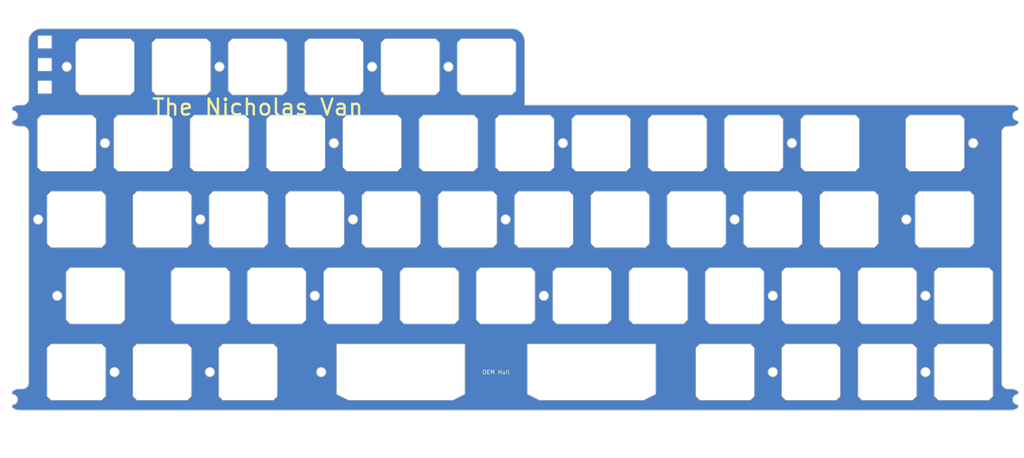
<source format=kicad_pcb>
(kicad_pcb (version 20221018) (generator pcbnew)
  (layers (0 "F.Cu" signal) (31 "B.Cu" signal) (34 "B.Paste" user) (35 "F.Paste" user) (36 "B.SilkS" user "B.Silkscreen") (37 "F.SilkS" user "F.Silkscreen") (38 "B.Mask" user) (39 "F.Mask" user) (44 "Edge.Cuts" user))
  (net 0 "")
  (net 1 "GND")
  (footprint "cipulot_parts:ecs_plate_cut_1U" (layer "F.Cu") (at 242.8875 115.8875)
    (fp_text reference "REF**")
    (fp_text value "Value " hide)
    (fp_line (start -7.3 -6) (end -7.3 6) (stroke (width 0.12)) (layer "Edge.Cuts"))
    (fp_line (start -7.3 6) (end -6.3 7) (stroke (width 0.12)) (layer "Edge.Cuts"))
    (fp_line (start -6.3 -7) (end -7.3 -6) (stroke (width 0.12)) (layer "Edge.Cuts"))
    (fp_line (start -6.3 7) (end 6.3 7) (stroke (width 0.12)) (layer "Edge.Cuts"))
    (fp_line (start 6.3 -7) (end -6.3 -7) (stroke (width 0.12)) (layer "Edge.Cuts"))
    (fp_line (start 6.3 -7) (end 7.3 -6) (stroke (width 0.12)) (layer "Edge.Cuts"))
    (fp_line (start 6.3 7) (end 7.3 6) (stroke (width 0.12)) (layer "Edge.Cuts"))
    (fp_line (start 7.3 6) (end 7.3 -6) (stroke (width 0.12)) (layer "Edge.Cuts"))
  )
  (footprint "cipulot_parts:ecs_plate_cut_1U" (layer "F.Cu") (at 45.24375 115.8875)
    (fp_text reference "REF**")
    (fp_text value "Value " hide)
    (fp_line (start -7.3 -6) (end -7.3 6) (stroke (width 0.12)) (layer "Edge.Cuts"))
    (fp_line (start -7.3 6) (end -6.3 7) (stroke (width 0.12)) (layer "Edge.Cuts"))
    (fp_line (start -6.3 -7) (end -7.3 -6) (stroke (width 0.12)) (layer "Edge.Cuts"))
    (fp_line (start -6.3 7) (end 6.3 7) (stroke (width 0.12)) (layer "Edge.Cuts"))
    (fp_line (start 6.3 -7) (end -6.3 -7) (stroke (width 0.12)) (layer "Edge.Cuts"))
    (fp_line (start 6.3 -7) (end 7.3 -6) (stroke (width 0.12)) (layer "Edge.Cuts"))
    (fp_line (start 6.3 7) (end 7.3 6) (stroke (width 0.12)) (layer "Edge.Cuts"))
    (fp_line (start 7.3 6) (end 7.3 -6) (stroke (width 0.12)) (layer "Edge.Cuts"))
  )
  (footprint "cipulot_parts:ecs_plate_cut_1U" (layer "F.Cu") (at 190.5 77.7875)
    (fp_text reference "REF**")
    (fp_text value "Value " hide)
    (fp_line (start -7.3 -6) (end -7.3 6) (stroke (width 0.12)) (layer "Edge.Cuts"))
    (fp_line (start -7.3 6) (end -6.3 7) (stroke (width 0.12)) (layer "Edge.Cuts"))
    (fp_line (start -6.3 -7) (end -7.3 -6) (stroke (width 0.12)) (layer "Edge.Cuts"))
    (fp_line (start -6.3 7) (end 6.3 7) (stroke (width 0.12)) (layer "Edge.Cuts"))
    (fp_line (start 6.3 -7) (end -6.3 -7) (stroke (width 0.12)) (layer "Edge.Cuts"))
    (fp_line (start 6.3 -7) (end 7.3 -6) (stroke (width 0.12)) (layer "Edge.Cuts"))
    (fp_line (start 6.3 7) (end 7.3 6) (stroke (width 0.12)) (layer "Edge.Cuts"))
    (fp_line (start 7.3 6) (end 7.3 -6) (stroke (width 0.12)) (layer "Edge.Cuts"))
  )
  (footprint "cipulot_parts:ecs_plate_cut_2U" (layer "F.Cu") (at 121.44375 134.9375)
    (fp_text reference "REF**")
    (fp_text value "Value " hide)
    (fp_line (start -16 -7) (end 16 -7) (stroke (width 0.12)) (layer "Edge.Cuts"))
    (fp_line (start -16 0) (end -16 -7) (stroke (width 0.12)) (layer "Edge.Cuts"))
    (fp_line (start -16 0) (end -16 5.5) (stroke (width 0.12)) (layer "Edge.Cuts"))
    (fp_line (start -16 5.5) (end -13 7) (stroke (width 0.12)) (layer "Edge.Cuts"))
    (fp_line (start 13 7) (end -13 7) (stroke (width 0.12)) (layer "Edge.Cuts"))
    (fp_line (start 16 -7) (end 16 0) (stroke (width 0.12)) (layer "Edge.Cuts"))
    (fp_line (start 16 0) (end 16 5.5) (stroke (width 0.12)) (layer "Edge.Cuts"))
    (fp_line (start 16 5.5) (end 13 7) (stroke (width 0.12)) (layer "Edge.Cuts"))
  )
  (footprint "cipulot_parts:ecs_plate_cut_1U" (layer "F.Cu") (at 261.9375 134.9375)
    (fp_text reference "REF**")
    (fp_text value "Value " hide)
    (fp_line (start -7.3 -6) (end -7.3 6) (stroke (width 0.12)) (layer "Edge.Cuts"))
    (fp_line (start -7.3 6) (end -6.3 7) (stroke (width 0.12)) (layer "Edge.Cuts"))
    (fp_line (start -6.3 -7) (end -7.3 -6) (stroke (width 0.12)) (layer "Edge.Cuts"))
    (fp_line (start -6.3 7) (end 6.3 7) (stroke (width 0.12)) (layer "Edge.Cuts"))
    (fp_line (start 6.3 -7) (end -6.3 -7) (stroke (width 0.12)) (layer "Edge.Cuts"))
    (fp_line (start 6.3 -7) (end 7.3 -6) (stroke (width 0.12)) (layer "Edge.Cuts"))
    (fp_line (start 6.3 7) (end 7.3 6) (stroke (width 0.12)) (layer "Edge.Cuts"))
    (fp_line (start 7.3 6) (end 7.3 -6) (stroke (width 0.12)) (layer "Edge.Cuts"))
  )
  (footprint "cipulot_parts:ecs_plate_cut_1U" (layer "F.Cu") (at 123.825 58.7375)
    (fp_text reference "REF**")
    (fp_text value "Value " hide)
    (fp_line (start -7.3 -6) (end -7.3 6) (stroke (width 0.12)) (layer "Edge.Cuts"))
    (fp_line (start -7.3 6) (end -6.3 7) (stroke (width 0.12)) (layer "Edge.Cuts"))
    (fp_line (start -6.3 -7) (end -7.3 -6) (stroke (width 0.12)) (layer "Edge.Cuts"))
    (fp_line (start -6.3 7) (end 6.3 7) (stroke (width 0.12)) (layer "Edge.Cuts"))
    (fp_line (start 6.3 -7) (end -6.3 -7) (stroke (width 0.12)) (layer "Edge.Cuts"))
    (fp_line (start 6.3 -7) (end 7.3 -6) (stroke (width 0.12)) (layer "Edge.Cuts"))
    (fp_line (start 6.3 7) (end 7.3 6) (stroke (width 0.12)) (layer "Edge.Cuts"))
    (fp_line (start 7.3 6) (end 7.3 -6) (stroke (width 0.12)) (layer "Edge.Cuts"))
  )
  (footprint "cipulot_parts:ecs_plate_cut_1U" (layer "F.Cu") (at 261.9375 115.8875)
    (fp_text reference "REF**")
    (fp_text value "Value " hide)
    (fp_line (start -7.3 -6) (end -7.3 6) (stroke (width 0.12)) (layer "Edge.Cuts"))
    (fp_line (start -7.3 6) (end -6.3 7) (stroke (width 0.12)) (layer "Edge.Cuts"))
    (fp_line (start -6.3 -7) (end -7.3 -6) (stroke (width 0.12)) (layer "Edge.Cuts"))
    (fp_line (start -6.3 7) (end 6.3 7) (stroke (width 0.12)) (layer "Edge.Cuts"))
    (fp_line (start 6.3 -7) (end -6.3 -7) (stroke (width 0.12)) (layer "Edge.Cuts"))
    (fp_line (start 6.3 -7) (end 7.3 -6) (stroke (width 0.12)) (layer "Edge.Cuts"))
    (fp_line (start 6.3 7) (end 7.3 6) (stroke (width 0.12)) (layer "Edge.Cuts"))
    (fp_line (start 7.3 6) (end 7.3 -6) (stroke (width 0.12)) (layer "Edge.Cuts"))
  )
  (footprint "cipulot_parts:ecs_plate_cut_1U" (layer "F.Cu") (at 85.725 58.7375)
    (fp_text reference "REF**")
    (fp_text value "Value " hide)
    (fp_line (start -7.3 -6) (end -7.3 6) (stroke (width 0.12)) (layer "Edge.Cuts"))
    (fp_line (start -7.3 6) (end -6.3 7) (stroke (width 0.12)) (layer "Edge.Cuts"))
    (fp_line (start -6.3 -7) (end -7.3 -6) (stroke (width 0.12)) (layer "Edge.Cuts"))
    (fp_line (start -6.3 7) (end 6.3 7) (stroke (width 0.12)) (layer "Edge.Cuts"))
    (fp_line (start 6.3 -7) (end -6.3 -7) (stroke (width 0.12)) (layer "Edge.Cuts"))
    (fp_line (start 6.3 -7) (end 7.3 -6) (stroke (width 0.12)) (layer "Edge.Cuts"))
    (fp_line (start 6.3 7) (end 7.3 6) (stroke (width 0.12)) (layer "Edge.Cuts"))
    (fp_line (start 7.3 6) (end 7.3 -6) (stroke (width 0.12)) (layer "Edge.Cuts"))
  )
  (footprint "cipulot_parts:ecs_plate_cut_1U" (layer "F.Cu") (at 223.8375 115.8875)
    (fp_text reference "REF**")
    (fp_text value "Value " hide)
    (fp_line (start -7.3 -6) (end -7.3 6) (stroke (width 0.12)) (layer "Edge.Cuts"))
    (fp_line (start -7.3 6) (end -6.3 7) (stroke (width 0.12)) (layer "Edge.Cuts"))
    (fp_line (start -6.3 -7) (end -7.3 -6) (stroke (width 0.12)) (layer "Edge.Cuts"))
    (fp_line (start -6.3 7) (end 6.3 7) (stroke (width 0.12)) (layer "Edge.Cuts"))
    (fp_line (start 6.3 -7) (end -6.3 -7) (stroke (width 0.12)) (layer "Edge.Cuts"))
    (fp_line (start 6.3 -7) (end 7.3 -6) (stroke (width 0.12)) (layer "Edge.Cuts"))
    (fp_line (start 6.3 7) (end 7.3 6) (stroke (width 0.12)) (layer "Edge.Cuts"))
    (fp_line (start 7.3 6) (end 7.3 -6) (stroke (width 0.12)) (layer "Edge.Cuts"))
  )
  (footprint "cipulot_parts:ecs_plate_cut_1U" (layer "F.Cu") (at 233.3625 96.8375)
    (fp_text reference "REF**")
    (fp_text value "Value " hide)
    (fp_line (start -7.3 -6) (end -7.3 6) (stroke (width 0.12)) (layer "Edge.Cuts"))
    (fp_line (start -7.3 6) (end -6.3 7) (stroke (width 0.12)) (layer "Edge.Cuts"))
    (fp_line (start -6.3 -7) (end -7.3 -6) (stroke (width 0.12)) (layer "Edge.Cuts"))
    (fp_line (start -6.3 7) (end 6.3 7) (stroke (width 0.12)) (layer "Edge.Cuts"))
    (fp_line (start 6.3 -7) (end -6.3 -7) (stroke (width 0.12)) (layer "Edge.Cuts"))
    (fp_line (start 6.3 -7) (end 7.3 -6) (stroke (width 0.12)) (layer "Edge.Cuts"))
    (fp_line (start 6.3 7) (end 7.3 6) (stroke (width 0.12)) (layer "Edge.Cuts"))
    (fp_line (start 7.3 6) (end 7.3 -6) (stroke (width 0.12)) (layer "Edge.Cuts"))
  )
  (footprint "cipulot_parts:ecs_plate_cut_1U" (layer "F.Cu") (at 61.9125 96.8375)
    (fp_text reference "REF**")
    (fp_text value "Value " hide)
    (fp_line (start -7.3 -6) (end -7.3 6) (stroke (width 0.12)) (layer "Edge.Cuts"))
    (fp_line (start -7.3 6) (end -6.3 7) (stroke (width 0.12)) (layer "Edge.Cuts"))
    (fp_line (start -6.3 -7) (end -7.3 -6) (stroke (width 0.12)) (layer "Edge.Cuts"))
    (fp_line (start -6.3 7) (end 6.3 7) (stroke (width 0.12)) (layer "Edge.Cuts"))
    (fp_line (start 6.3 -7) (end -6.3 -7) (stroke (width 0.12)) (layer "Edge.Cuts"))
    (fp_line (start 6.3 -7) (end 7.3 -6) (stroke (width 0.12)) (layer "Edge.Cuts"))
    (fp_line (start 6.3 7) (end 7.3 6) (stroke (width 0.12)) (layer "Edge.Cuts"))
    (fp_line (start 7.3 6) (end 7.3 -6) (stroke (width 0.12)) (layer "Edge.Cuts"))
  )
  (footprint "cipulot_parts:ecs_plate_cut_1U" (layer "F.Cu") (at 242.8875 134.9375)
    (fp_text reference "REF**")
    (fp_text value "Value " hide)
    (fp_line (start -7.3 -6) (end -7.3 6) (stroke (width 0.12)) (layer "Edge.Cuts"))
    (fp_line (start -7.3 6) (end -6.3 7) (stroke (width 0.12)) (layer "Edge.Cuts"))
    (fp_line (start -6.3 -7) (end -7.3 -6) (stroke (width 0.12)) (layer "Edge.Cuts"))
    (fp_line (start -6.3 7) (end 6.3 7) (stroke (width 0.12)) (layer "Edge.Cuts"))
    (fp_line (start 6.3 -7) (end -6.3 -7) (stroke (width 0.12)) (layer "Edge.Cuts"))
    (fp_line (start 6.3 -7) (end 7.3 -6) (stroke (width 0.12)) (layer "Edge.Cuts"))
    (fp_line (start 6.3 7) (end 7.3 6) (stroke (width 0.12)) (layer "Edge.Cuts"))
    (fp_line (start 7.3 6) (end 7.3 -6) (stroke (width 0.12)) (layer "Edge.Cuts"))
  )
  (footprint "cipulot_parts:ecs_plate_cut_1U" (layer "F.Cu") (at 95.25 77.7875)
    (fp_text reference "REF**")
    (fp_text value "Value " hide)
    (fp_line (start -7.3 -6) (end -7.3 6) (stroke (width 0.12)) (layer "Edge.Cuts"))
    (fp_line (start -7.3 6) (end -6.3 7) (stroke (width 0.12)) (layer "Edge.Cuts"))
    (fp_line (start -6.3 -7) (end -7.3 -6) (stroke (width 0.12)) (layer "Edge.Cuts"))
    (fp_line (start -6.3 7) (end 6.3 7) (stroke (width 0.12)) (layer "Edge.Cuts"))
    (fp_line (start 6.3 -7) (end -6.3 -7) (stroke (width 0.12)) (layer "Edge.Cuts"))
    (fp_line (start 6.3 -7) (end 7.3 -6) (stroke (width 0.12)) (layer "Edge.Cuts"))
    (fp_line (start 6.3 7) (end 7.3 6) (stroke (width 0.12)) (layer "Edge.Cuts"))
    (fp_line (start 7.3 6) (end 7.3 -6) (stroke (width 0.12)) (layer "Edge.Cuts"))
  )
  (footprint "cipulot_parts:ecs_plate_cut_1U" (layer "F.Cu") (at 157.1625 96.8375)
    (fp_text reference "REF**")
    (fp_text value "Value " hide)
    (fp_line (start -7.3 -6) (end -7.3 6) (stroke (width 0.12)) (layer "Edge.Cuts"))
    (fp_line (start -7.3 6) (end -6.3 7) (stroke (width 0.12)) (layer "Edge.Cuts"))
    (fp_line (start -6.3 -7) (end -7.3 -6) (stroke (width 0.12)) (layer "Edge.Cuts"))
    (fp_line (start -6.3 7) (end 6.3 7) (stroke (width 0.12)) (layer "Edge.Cuts"))
    (fp_line (start 6.3 -7) (end -6.3 -7) (stroke (width 0.12)) (layer "Edge.Cuts"))
    (fp_line (start 6.3 -7) (end 7.3 -6) (stroke (width 0.12)) (layer "Edge.Cuts"))
    (fp_line (start 6.3 7) (end 7.3 6) (stroke (width 0.12)) (layer "Edge.Cuts"))
    (fp_line (start 7.3 6) (end 7.3 -6) (stroke (width 0.12)) (layer "Edge.Cuts"))
  )
  (footprint "cipulot_parts:ecs_plate_cut_1U" (layer "F.Cu") (at 109.5375 115.8875)
    (fp_text reference "REF**")
    (fp_text value "Value " hide)
    (fp_line (start -7.3 -6) (end -7.3 6) (stroke (width 0.12)) (layer "Edge.Cuts"))
    (fp_line (start -7.3 6) (end -6.3 7) (stroke (width 0.12)) (layer "Edge.Cuts"))
    (fp_line (start -6.3 -7) (end -7.3 -6) (stroke (width 0.12)) (layer "Edge.Cuts"))
    (fp_line (start -6.3 7) (end 6.3 7) (stroke (width 0.12)) (layer "Edge.Cuts"))
    (fp_line (start 6.3 -7) (end -6.3 -7) (stroke (width 0.12)) (layer "Edge.Cuts"))
    (fp_line (start 6.3 -7) (end 7.3 -6) (stroke (width 0.12)) (layer "Edge.Cuts"))
    (fp_line (start 6.3 7) (end 7.3 6) (stroke (width 0.12)) (layer "Edge.Cuts"))
    (fp_line (start 7.3 6) (end 7.3 -6) (stroke (width 0.12)) (layer "Edge.Cuts"))
  )
  (footprint "cipulot_parts:ecs_plate_cut_1U" (layer "F.Cu") (at 176.2125 96.8375)
    (fp_text reference "REF**")
    (fp_text value "Value " hide)
    (fp_line (start -7.3 -6) (end -7.3 6) (stroke (width 0.12)) (layer "Edge.Cuts"))
    (fp_line (start -7.3 6) (end -6.3 7) (stroke (width 0.12)) (layer "Edge.Cuts"))
    (fp_line (start -6.3 -7) (end -7.3 -6) (stroke (width 0.12)) (layer "Edge.Cuts"))
    (fp_line (start -6.3 7) (end 6.3 7) (stroke (width 0.12)) (layer "Edge.Cuts"))
    (fp_line (start 6.3 -7) (end -6.3 -7) (stroke (width 0.12)) (layer "Edge.Cuts"))
    (fp_line (start 6.3 -7) (end 7.3 -6) (stroke (width 0.12)) (layer "Edge.Cuts"))
    (fp_line (start 6.3 7) (end 7.3 6) (stroke (width 0.12)) (layer "Edge.Cuts"))
    (fp_line (start 7.3 6) (end 7.3 -6) (stroke (width 0.12)) (layer "Edge.Cuts"))
  )
  (footprint "cipulot_parts:ecs_plate_cut_1U" (layer "F.Cu") (at 76.2 77.7875)
    (fp_text reference "REF**")
    (fp_text value "Value " hide)
    (fp_line (start -7.3 -6) (end -7.3 6) (stroke (width 0.12)) (layer "Edge.Cuts"))
    (fp_line (start -7.3 6) (end -6.3 7) (stroke (width 0.12)) (layer "Edge.Cuts"))
    (fp_line (start -6.3 -7) (end -7.3 -6) (stroke (width 0.12)) (layer "Edge.Cuts"))
    (fp_line (start -6.3 7) (end 6.3 7) (stroke (width 0.12)) (layer "Edge.Cuts"))
    (fp_line (start 6.3 -7) (end -6.3 -7) (stroke (width 0.12)) (layer "Edge.Cuts"))
    (fp_line (start 6.3 -7) (end 7.3 -6) (stroke (width 0.12)) (layer "Edge.Cuts"))
    (fp_line (start 6.3 7) (end 7.3 6) (stroke (width 0.12)) (layer "Edge.Cuts"))
    (fp_line (start 7.3 6) (end 7.3 -6) (stroke (width 0.12)) (layer "Edge.Cuts"))
  )
  (footprint "cipulot_parts:ecs_plate_cut_1U" (layer "F.Cu") (at 66.675 58.7375)
    (fp_text reference "REF**")
    (fp_text value "Value " hide)
    (fp_line (start -7.3 -6) (end -7.3 6) (stroke (width 0.12)) (layer "Edge.Cuts"))
    (fp_line (start -7.3 6) (end -6.3 7) (stroke (width 0.12)) (layer "Edge.Cuts"))
    (fp_line (start -6.3 -7) (end -7.3 -6) (stroke (width 0.12)) (layer "Edge.Cuts"))
    (fp_line (start -6.3 7) (end 6.3 7) (stroke (width 0.12)) (layer "Edge.Cuts"))
    (fp_line (start 6.3 -7) (end -6.3 -7) (stroke (width 0.12)) (layer "Edge.Cuts"))
    (fp_line (start 6.3 -7) (end 7.3 -6) (stroke (width 0.12)) (layer "Edge.Cuts"))
    (fp_line (start 6.3 7) (end 7.3 6) (stroke (width 0.12)) (layer "Edge.Cuts"))
    (fp_line (start 7.3 6) (end 7.3 -6) (stroke (width 0.12)) (layer "Edge.Cuts"))
  )
  (footprint "cipulot_parts:ecs_plate_cut_1U" (layer "F.Cu") (at 128.5875 115.8875)
    (fp_text reference "REF**")
    (fp_text value "Value " hide)
    (fp_line (start -7.3 -6) (end -7.3 6) (stroke (width 0.12)) (layer "Edge.Cuts"))
    (fp_line (start -7.3 6) (end -6.3 7) (stroke (width 0.12)) (layer "Edge.Cuts"))
    (fp_line (start -6.3 -7) (end -7.3 -6) (stroke (width 0.12)) (layer "Edge.Cuts"))
    (fp_line (start -6.3 7) (end 6.3 7) (stroke (width 0.12)) (layer "Edge.Cuts"))
    (fp_line (start 6.3 -7) (end -6.3 -7) (stroke (width 0.12)) (layer "Edge.Cuts"))
    (fp_line (start 6.3 -7) (end 7.3 -6) (stroke (width 0.12)) (layer "Edge.Cuts"))
    (fp_line (start 6.3 7) (end 7.3 6) (stroke (width 0.12)) (layer "Edge.Cuts"))
    (fp_line (start 7.3 6) (end 7.3 -6) (stroke (width 0.12)) (layer "Edge.Cuts"))
  )
  (footprint "cipulot_parts:ecs_plate_cut_1U" (layer "F.Cu") (at 40.48125 134.9375)
    (fp_text reference "REF**")
    (fp_text value "Value " hide)
    (fp_line (start -7.3 -6) (end -7.3 6) (stroke (width 0.12)) (layer "Edge.Cuts"))
    (fp_line (start -7.3 6) (end -6.3 7) (stroke (width 0.12)) (layer "Edge.Cuts"))
    (fp_line (start -6.3 -7) (end -7.3 -6) (stroke (width 0.12)) (layer "Edge.Cuts"))
    (fp_line (start -6.3 7) (end 6.3 7) (stroke (width 0.12)) (layer "Edge.Cuts"))
    (fp_line (start 6.3 -7) (end -6.3 -7) (stroke (width 0.12)) (layer "Edge.Cuts"))
    (fp_line (start 6.3 -7) (end 7.3 -6) (stroke (width 0.12)) (layer "Edge.Cuts"))
    (fp_line (start 6.3 7) (end 7.3 6) (stroke (width 0.12)) (layer "Edge.Cuts"))
    (fp_line (start 7.3 6) (end 7.3 -6) (stroke (width 0.12)) (layer "Edge.Cuts"))
  )
  (footprint "cipulot_parts:ecs_plate_cut_1U" (layer "F.Cu") (at 57.15 77.7875)
    (fp_text reference "REF**")
    (fp_text value "Value " hide)
    (fp_line (start -7.3 -6) (end -7.3 6) (stroke (width 0.12)) (layer "Edge.Cuts"))
    (fp_line (start -7.3 6) (end -6.3 7) (stroke (width 0.12)) (layer "Edge.Cuts"))
    (fp_line (start -6.3 -7) (end -7.3 -6) (stroke (width 0.12)) (layer "Edge.Cuts"))
    (fp_line (start -6.3 7) (end 6.3 7) (stroke (width 0.12)) (layer "Edge.Cuts"))
    (fp_line (start 6.3 -7) (end -6.3 -7) (stroke (width 0.12)) (layer "Edge.Cuts"))
    (fp_line (start 6.3 -7) (end 7.3 -6) (stroke (width 0.12)) (layer "Edge.Cuts"))
    (fp_line (start 6.3 7) (end 7.3 6) (stroke (width 0.12)) (layer "Edge.Cuts"))
    (fp_line (start 7.3 6) (end 7.3 -6) (stroke (width 0.12)) (layer "Edge.Cuts"))
  )
  (footprint "cipulot_parts:ecs_plate_cut_1U" (layer "F.Cu") (at 47.625 58.7375)
    (fp_text reference "REF**")
    (fp_text value "Value " hide)
    (fp_line (start -7.3 -6) (end -7.3 6) (stroke (width 0.12)) (layer "Edge.Cuts"))
    (fp_line (start -7.3 6) (end -6.3 7) (stroke (width 0.12)) (layer "Edge.Cuts"))
    (fp_line (start -6.3 -7) (end -7.3 -6) (stroke (width 0.12)) (layer "Edge.Cuts"))
    (fp_line (start -6.3 7) (end 6.3 7) (stroke (width 0.12)) (layer "Edge.Cuts"))
    (fp_line (start 6.3 -7) (end -6.3 -7) (stroke (width 0.12)) (layer "Edge.Cuts"))
    (fp_line (start 6.3 -7) (end 7.3 -6) (stroke (width 0.12)) (layer "Edge.Cuts"))
    (fp_line (start 6.3 7) (end 7.3 6) (stroke (width 0.12)) (layer "Edge.Cuts"))
    (fp_line (start 7.3 6) (end 7.3 -6) (stroke (width 0.12)) (layer "Edge.Cuts"))
  )
  (footprint "cipulot_parts:ecs_plate_cut_1U" (layer "F.Cu") (at 40.48125 96.8375)
    (fp_text reference "REF**")
    (fp_text value "Value " hide)
    (fp_line (start -7.3 -6) (end -7.3 6) (stroke (width 0.12)) (layer "Edge.Cuts"))
    (fp_line (start -7.3 6) (end -6.3 7) (stroke (width 0.12)) (layer "Edge.Cuts"))
    (fp_line (start -6.3 -7) (end -7.3 -6) (stroke (width 0.12)) (layer "Edge.Cuts"))
    (fp_line (start -6.3 7) (end 6.3 7) (stroke (width 0.12)) (layer "Edge.Cuts"))
    (fp_line (start 6.3 -7) (end -6.3 -7) (stroke (width 0.12)) (layer "Edge.Cuts"))
    (fp_line (start 6.3 -7) (end 7.3 -6) (stroke (width 0.12)) (layer "Edge.Cuts"))
    (fp_line (start 6.3 7) (end 7.3 6) (stroke (width 0.12)) (layer "Edge.Cuts"))
    (fp_line (start 7.3 6) (end 7.3 -6) (stroke (width 0.12)) (layer "Edge.Cuts"))
  )
  (footprint "cipulot_parts:ecs_plate_cut_1U" (layer "F.Cu") (at 171.45 77.7875)
    (fp_text reference "REF**")
    (fp_text value "Value " hide)
    (fp_line (start -7.3 -6) (end -7.3 6) (stroke (width 0.12)) (layer "Edge.Cuts"))
    (fp_line (start -7.3 6) (end -6.3 7) (stroke (width 0.12)) (layer "Edge.Cuts"))
    (fp_line (start -6.3 -7) (end -7.3 -6) (stroke (width 0.12)) (layer "Edge.Cuts"))
    (fp_line (start -6.3 7) (end 6.3 7) (stroke (width 0.12)) (layer "Edge.Cuts"))
    (fp_line (start 6.3 -7) (end -6.3 -7) (stroke (width 0.12)) (layer "Edge.Cuts"))
    (fp_line (start 6.3 -7) (end 7.3 -6) (stroke (width 0.12)) (layer "Edge.Cuts"))
    (fp_line (start 6.3 7) (end 7.3 6) (stroke (width 0.12)) (layer "Edge.Cuts"))
    (fp_line (start 7.3 6) (end 7.3 -6) (stroke (width 0.12)) (layer "Edge.Cuts"))
  )
  (footprint "cipulot_parts:ecs_plate_cut_1U" (layer "F.Cu") (at 100.0125 96.8375)
    (fp_text reference "REF**")
    (fp_text value "Value " hide)
    (fp_line (start -7.3 -6) (end -7.3 6) (stroke (width 0.12)) (layer "Edge.Cuts"))
    (fp_line (start -7.3 6) (end -6.3 7) (stroke (width 0.12)) (layer "Edge.Cuts"))
    (fp_line (start -6.3 -7) (end -7.3 -6) (stroke (width 0.12)) (layer "Edge.Cuts"))
    (fp_line (start -6.3 7) (end 6.3 7) (stroke (width 0.12)) (layer "Edge.Cuts"))
    (fp_line (start 6.3 -7) (end -6.3 -7) (stroke (width 0.12)) (layer "Edge.Cuts"))
    (fp_line (start 6.3 -7) (end 7.3 -6) (stroke (width 0.12)) (layer "Edge.Cuts"))
    (fp_line (start 6.3 7) (end 7.3 6) (stroke (width 0.12)) (layer "Edge.Cuts"))
    (fp_line (start 7.3 6) (end 7.3 -6) (stroke (width 0.12)) (layer "Edge.Cuts"))
  )
  (footprint "cipulot_parts:ecs_plate_cut_1U" (layer "F.Cu") (at 114.3 77.7875)
    (fp_text reference "REF**")
    (fp_text value "Value " hide)
    (fp_line (start -7.3 -6) (end -7.3 6) (stroke (width 0.12)) (layer "Edge.Cuts"))
    (fp_line (start -7.3 6) (end -6.3 7) (stroke (width 0.12)) (layer "Edge.Cuts"))
    (fp_line (start -6.3 -7) (end -7.3 -6) (stroke (width 0.12)) (layer "Edge.Cuts"))
    (fp_line (start -6.3 7) (end 6.3 7) (stroke (width 0.12)) (layer "Edge.Cuts"))
    (fp_line (start 6.3 -7) (end -6.3 -7) (stroke (width 0.12)) (layer "Edge.Cuts"))
    (fp_line (start 6.3 -7) (end 7.3 -6) (stroke (width 0.12)) (layer "Edge.Cuts"))
    (fp_line (start 6.3 7) (end 7.3 6) (stroke (width 0.12)) (layer "Edge.Cuts"))
    (fp_line (start 7.3 6) (end 7.3 -6) (stroke (width 0.12)) (layer "Edge.Cuts"))
  )
  (footprint "cipulot_parts:ecs_plate_cut_1U" (layer "F.Cu") (at 204.7875 115.8875)
    (fp_text reference "REF**")
    (fp_text value "Value " hide)
    (fp_line (start -7.3 -6) (end -7.3 6) (stroke (width 0.12)) (layer "Edge.Cuts"))
    (fp_line (start -7.3 6) (end -6.3 7) (stroke (width 0.12)) (layer "Edge.Cuts"))
    (fp_line (start -6.3 -7) (end -7.3 -6) (stroke (width 0.12)) (layer "Edge.Cuts"))
    (fp_line (start -6.3 7) (end 6.3 7) (stroke (width 0.12)) (layer "Edge.Cuts"))
    (fp_line (start 6.3 -7) (end -6.3 -7) (stroke (width 0.12)) (layer "Edge.Cuts"))
    (fp_line (start 6.3 -7) (end 7.3 -6) (stroke (width 0.12)) (layer "Edge.Cuts"))
    (fp_line (start 6.3 7) (end 7.3 6) (stroke (width 0.12)) (layer "Edge.Cuts"))
    (fp_line (start 7.3 6) (end 7.3 -6) (stroke (width 0.12)) (layer "Edge.Cuts"))
  )
  (footprint "cipulot_parts:ecs_plate_cut_1U" (layer "F.Cu") (at 80.9625 96.8375)
    (fp_text reference "REF**")
    (fp_text value "Value " hide)
    (fp_line (start -7.3 -6) (end -7.3 6) (stroke (width 0.12)) (layer "Edge.Cuts"))
    (fp_line (start -7.3 6) (end -6.3 7) (stroke (width 0.12)) (layer "Edge.Cuts"))
    (fp_line (start -6.3 -7) (end -7.3 -6) (stroke (width 0.12)) (layer "Edge.Cuts"))
    (fp_line (start -6.3 7) (end 6.3 7) (stroke (width 0.12)) (layer "Edge.Cuts"))
    (fp_line (start 6.3 -7) (end -6.3 -7) (stroke (width 0.12)) (layer "Edge.Cuts"))
    (fp_line (start 6.3 -7) (end 7.3 -6) (stroke (width 0.12)) (layer "Edge.Cuts"))
    (fp_line (start 6.3 7) (end 7.3 6) (stroke (width 0.12)) (layer "Edge.Cuts"))
    (fp_line (start 7.3 6) (end 7.3 -6) (stroke (width 0.12)) (layer "Edge.Cuts"))
  )
  (footprint "cipulot_parts:ecs_plate_cut_1U" (layer "F.Cu") (at 83.34375 134.9375)
    (fp_text reference "REF**")
    (fp_text value "Value " hide)
    (fp_line (start -7.3 -6) (end -7.3 6) (stroke (width 0.12)) (layer "Edge.Cuts"))
    (fp_line (start -7.3 6) (end -6.3 7) (stroke (width 0.12)) (layer "Edge.Cuts"))
    (fp_line (start -6.3 -7) (end -7.3 -6) (stroke (width 0.12)) (layer "Edge.Cuts"))
    (fp_line (start -6.3 7) (end 6.3 7) (stroke (width 0.12)) (layer "Edge.Cuts"))
    (fp_line (start 6.3 -7) (end -6.3 -7) (stroke (width 0.12)) (layer "Edge.Cuts"))
    (fp_line (start 6.3 -7) (end 7.3 -6) (stroke (width 0.12)) (layer "Edge.Cuts"))
    (fp_line (start 6.3 7) (end 7.3 6) (stroke (width 0.12)) (layer "Edge.Cuts"))
    (fp_line (start 7.3 6) (end 7.3 -6) (stroke (width 0.12)) (layer "Edge.Cuts"))
  )
  (footprint "cipulot_parts:ecs_plate_cut_1U" (layer "F.Cu") (at 214.3125 96.8375)
    (fp_text reference "REF**")
    (fp_text value "Value " hide)
    (fp_line (start -7.3 -6) (end -7.3 6) (stroke (width 0.12)) (layer "Edge.Cuts"))
    (fp_line (start -7.3 6) (end -6.3 7) (stroke (width 0.12)) (layer "Edge.Cuts"))
    (fp_line (start -6.3 -7) (end -7.3 -6) (stroke (width 0.12)) (layer "Edge.Cuts"))
    (fp_line (start -6.3 7) (end 6.3 7) (stroke (width 0.12)) (layer "Edge.Cuts"))
    (fp_line (start 6.3 -7) (end -6.3 -7) (stroke (width 0.12)) (layer "Edge.Cuts"))
    (fp_line (start 6.3 -7) (end 7.3 -6) (stroke (width 0.12)) (layer "Edge.Cuts"))
    (fp_line (start 6.3 7) (end 7.3 6) (stroke (width 0.12)) (layer "Edge.Cuts"))
    (fp_line (start 7.3 6) (end 7.3 -6) (stroke (width 0.12)) (layer "Edge.Cuts"))
  )
  (footprint "cipulot_parts:ecs_plate_cut_1U" (layer "F.Cu") (at 38.1 77.7875)
    (fp_text reference "REF**")
    (fp_text value "Value " hide)
    (fp_line (start -7.3 -6) (end -7.3 6) (stroke (width 0.12)) (layer "Edge.Cuts"))
    (fp_line (start -7.3 6) (end -6.3 7) (stroke (width 0.12)) (layer "Edge.Cuts"))
    (fp_line (start -6.3 -7) (end -7.3 -6) (stroke (width 0.12)) (layer "Edge.Cuts"))
    (fp_line (start -6.3 7) (end 6.3 7) (stroke (width 0.12)) (layer "Edge.Cuts"))
    (fp_line (start 6.3 -7) (end -6.3 -7) (stroke (width 0.12)) (layer "Edge.Cuts"))
    (fp_line (start 6.3 -7) (end 7.3 -6) (stroke (width 0.12)) (layer "Edge.Cuts"))
    (fp_line (start 6.3 7) (end 7.3 6) (stroke (width 0.12)) (layer "Edge.Cuts"))
    (fp_line (start 7.3 6) (end 7.3 -6) (stroke (width 0.12)) (layer "Edge.Cuts"))
  )
  (footprint "cipulot_parts:ecs_plate_cut_1U" (layer "F.Cu") (at 138.1125 96.8375)
    (fp_text reference "REF**")
    (fp_text value "Value " hide)
    (fp_line (start -7.3 -6) (end -7.3 6) (stroke (width 0.12)) (layer "Edge.Cuts"))
    (fp_line (start -7.3 6) (end -6.3 7) (stroke (width 0.12)) (layer "Edge.Cuts"))
    (fp_line (start -6.3 -7) (end -7.3 -6) (stroke (width 0.12)) (layer "Edge.Cuts"))
    (fp_line (start -6.3 7) (end 6.3 7) (stroke (width 0.12)) (layer "Edge.Cuts"))
    (fp_line (start 6.3 -7) (end -6.3 -7) (stroke (width 0.12)) (layer "Edge.Cuts"))
    (fp_line (start 6.3 -7) (end 7.3 -6) (stroke (width 0.12)) (layer "Edge.Cuts"))
    (fp_line (start 6.3 7) (end 7.3 6) (stroke (width 0.12)) (layer "Edge.Cuts"))
    (fp_line (start 7.3 6) (end 7.3 -6) (stroke (width 0.12)) (layer "Edge.Cuts"))
  )
  (footprint "cipulot_parts:ecs_plate_cut_1U" (layer "F.Cu") (at 202.40625 134.9375)
    (fp_text reference "REF**")
    (fp_text value "Value " hide)
    (fp_line (start -7.3 -6) (end -7.3 6) (stroke (width 0.12)) (layer "Edge.Cuts"))
    (fp_line (start -7.3 6) (end -6.3 7) (stroke (width 0.12)) (layer "Edge.Cuts"))
    (fp_line (start -6.3 -7) (end -7.3 -6) (stroke (width 0.12)) (layer "Edge.Cuts"))
    (fp_line (start -6.3 7) (end 6.3 7) (stroke (width 0.12)) (layer "Edge.Cuts"))
    (fp_line (start 6.3 -7) (end -6.3 -7) (stroke (width 0.12)) (layer "Edge.Cuts"))
    (fp_line (start 6.3 -7) (end 7.3 -6) (stroke (width 0.12)) (layer "Edge.Cuts"))
    (fp_line (start 6.3 7) (end 7.3 6) (stroke (width 0.12)) (layer "Edge.Cuts"))
    (fp_line (start 7.3 6) (end 7.3 -6) (stroke (width 0.12)) (layer "Edge.Cuts"))
  )
  (footprint "cipulot_parts:ecs_plate_cut_1U" (layer "F.Cu") (at 254.79375 77.7875)
    (fp_text reference "REF**")
    (fp_text value "Value " hide)
    (fp_line (start -7.3 -6) (end -7.3 6) (stroke (width 0.12)) (layer "Edge.Cuts"))
    (fp_line (start -7.3 6) (end -6.3 7) (stroke (width 0.12)) (layer "Edge.Cuts"))
    (fp_line (start -6.3 -7) (end -7.3 -6) (stroke (width 0.12)) (layer "Edge.Cuts"))
    (fp_line (start -6.3 7) (end 6.3 7) (stroke (width 0.12)) (layer "Edge.Cuts"))
    (fp_line (start 6.3 -7) (end -6.3 -7) (stroke (width 0.12)) (layer "Edge.Cuts"))
    (fp_line (start 6.3 -7) (end 7.3 -6) (stroke (width 0.12)) (layer "Edge.Cuts"))
    (fp_line (start 6.3 7) (end 7.3 6) (stroke (width 0.12)) (layer "Edge.Cuts"))
    (fp_line (start 7.3 6) (end 7.3 -6) (stroke (width 0.12)) (layer "Edge.Cuts"))
  )
  (footprint "cipulot_parts:ecs_plate_cut_1U" (layer "F.Cu") (at 223.8375 134.9375)
    (fp_text reference "REF**")
    (fp_text value "Value " hide)
    (fp_line (start -7.3 -6) (end -7.3 6) (stroke (width 0.12)) (layer "Edge.Cuts"))
    (fp_line (start -7.3 6) (end -6.3 7) (stroke (width 0.12)) (layer "Edge.Cuts"))
    (fp_line (start -6.3 -7) (end -7.3 -6) (stroke (width 0.12)) (layer "Edge.Cuts"))
    (fp_line (start -6.3 7) (end 6.3 7) (stroke (width 0.12)) (layer "Edge.Cuts"))
    (fp_line (start 6.3 -7) (end -6.3 -7) (stroke (width 0.12)) (layer "Edge.Cuts"))
    (fp_line (start 6.3 -7) (end 7.3 -6) (stroke (width 0.12)) (layer "Edge.Cuts"))
    (fp_line (start 6.3 7) (end 7.3 6) (stroke (width 0.12)) (layer "Edge.Cuts"))
    (fp_line (start 7.3 6) (end 7.3 -6) (stroke (width 0.12)) (layer "Edge.Cuts"))
  )
  (footprint "cipulot_parts:ecs_plate_cut_1U" (layer "F.Cu") (at 209.55 77.7875)
    (fp_text reference "REF**")
    (fp_text value "Value " hide)
    (fp_line (start -7.3 -6) (end -7.3 6) (stroke (width 0.12)) (layer "Edge.Cuts"))
    (fp_line (start -7.3 6) (end -6.3 7) (stroke (width 0.12)) (layer "Edge.Cuts"))
    (fp_line (start -6.3 -7) (end -7.3 -6) (stroke (width 0.12)) (layer "Edge.Cuts"))
    (fp_line (start -6.3 7) (end 6.3 7) (stroke (width 0.12)) (layer "Edge.Cuts"))
    (fp_line (start 6.3 -7) (end -6.3 -7) (stroke (width 0.12)) (layer "Edge.Cuts"))
    (fp_line (start 6.3 -7) (end 7.3 -6) (stroke (width 0.12)) (layer "Edge.Cuts"))
    (fp_line (start 6.3 7) (end 7.3 6) (stroke (width 0.12)) (layer "Edge.Cuts"))
    (fp_line (start 7.3 6) (end 7.3 -6) (stroke (width 0.12)) (layer "Edge.Cuts"))
  )
  (footprint "cipulot_parts:ecs_plate_cut_1U" (layer "F.Cu") (at 195.2625 96.8375)
    (fp_text reference "REF**")
    (fp_text value "Value " hide)
    (fp_line (start -7.3 -6) (end -7.3 6) (stroke (width 0.12)) (layer "Edge.Cuts"))
    (fp_line (start -7.3 6) (end -6.3 7) (stroke (width 0.12)) (layer "Edge.Cuts"))
    (fp_line (start -6.3 -7) (end -7.3 -6) (stroke (width 0.12)) (layer "Edge.Cuts"))
    (fp_line (start -6.3 7) (end 6.3 7) (stroke (width 0.12)) (layer "Edge.Cuts"))
    (fp_line (start 6.3 -7) (end -6.3 -7) (stroke (width 0.12)) (layer "Edge.Cuts"))
    (fp_line (start 6.3 -7) (end 7.3 -6) (stroke (width 0.12)) (layer "Edge.Cuts"))
    (fp_line (start 6.3 7) (end 7.3 6) (stroke (width 0.12)) (layer "Edge.Cuts"))
    (fp_line (start 7.3 6) (end 7.3 -6) (stroke (width 0.12)) (layer "Edge.Cuts"))
  )
  (footprint "cipulot_parts:ecs_plate_cut_1U" (layer "F.Cu") (at 185.7375 115.8875)
    (fp_text reference "REF**")
    (fp_text value "Value " hide)
    (fp_line (start -7.3 -6) (end -7.3 6) (stroke (width 0.12)) (layer "Edge.Cuts"))
    (fp_line (start -7.3 6) (end -6.3 7) (stroke (width 0.12)) (layer "Edge.Cuts"))
    (fp_line (start -6.3 -7) (end -7.3 -6) (stroke (width 0.12)) (layer "Edge.Cuts"))
    (fp_line (start -6.3 7) (end 6.3 7) (stroke (width 0.12)) (layer "Edge.Cuts"))
    (fp_line (start 6.3 -7) (end -6.3 -7) (stroke (width 0.12)) (layer "Edge.Cuts"))
    (fp_line (start 6.3 -7) (end 7.3 -6) (stroke (width 0.12)) (layer "Edge.Cuts"))
    (fp_line (start 6.3 7) (end 7.3 6) (stroke (width 0.12)) (layer "Edge.Cuts"))
    (fp_line (start 7.3 6) (end 7.3 -6) (stroke (width 0.12)) (layer "Edge.Cuts"))
  )
  (footprint "cipulot_parts:ecs_plate_cut_1U" (layer "F.Cu") (at 61.9125 134.9375)
    (fp_text reference "REF**")
    (fp_text value "Value " hide)
    (fp_line (start -7.3 -6) (end -7.3 6) (stroke (width 0.12)) (layer "Edge.Cuts"))
    (fp_line (start -7.3 6) (end -6.3 7) (stroke (width 0.12)) (layer "Edge.Cuts"))
    (fp_line (start -6.3 -7) (end -7.3 -6) (stroke (width 0.12)) (layer "Edge.Cuts"))
    (fp_line (start -6.3 7) (end 6.3 7) (stroke (width 0.12)) (layer "Edge.Cuts"))
    (fp_line (start 6.3 -7) (end -6.3 -7) (stroke (width 0.12)) (layer "Edge.Cuts"))
    (fp_line (start 6.3 -7) (end 7.3 -6) (stroke (width 0.12)) (layer "Edge.Cuts"))
    (fp_line (start 6.3 7) (end 7.3 6) (stroke (width 0.12)) (layer "Edge.Cuts"))
    (fp_line (start 7.3 6) (end 7.3 -6) (stroke (width 0.12)) (layer "Edge.Cuts"))
  )
  (footprint "cipulot_parts:ecs_plate_cut_1U" (layer "F.Cu") (at 147.6375 115.8875)
    (fp_text reference "REF**")
    (fp_text value "Value " hide)
    (fp_line (start -7.3 -6) (end -7.3 6) (stroke (width 0.12)) (layer "Edge.Cuts"))
    (fp_line (start -7.3 6) (end -6.3 7) (stroke (width 0.12)) (layer "Edge.Cuts"))
    (fp_line (start -6.3 -7) (end -7.3 -6) (stroke (width 0.12)) (layer "Edge.Cuts"))
    (fp_line (start -6.3 7) (end 6.3 7) (stroke (width 0.12)) (layer "Edge.Cuts"))
    (fp_line (start 6.3 -7) (end -6.3 -7) (stroke (width 0.12)) (layer "Edge.Cuts"))
    (fp_line (start 6.3 -7) (end 7.3 -6) (stroke (width 0.12)) (layer "Edge.Cuts"))
    (fp_line (start 6.3 7) (end 7.3 6) (stroke (width 0.12)) (layer "Edge.Cuts"))
    (fp_line (start 7.3 6) (end 7.3 -6) (stroke (width 0.12)) (layer "Edge.Cuts"))
  )
  (footprint "cipulot_parts:ecs_plate_cut_1U" (layer "F.Cu") (at 119.0625 96.8375)
    (fp_text reference "REF**")
    (fp_text value "Value " hide)
    (fp_line (start -7.3 -6) (end -7.3 6) (stroke (width 0.12)) (layer "Edge.Cuts"))
    (fp_line (start -7.3 6) (end -6.3 7) (stroke (width 0.12)) (layer "Edge.Cuts"))
    (fp_line (start -6.3 -7) (end -7.3 -6) (stroke (width 0.12)) (layer "Edge.Cuts"))
    (fp_line (start -6.3 7) (end 6.3 7) (stroke (width 0.12)) (layer "Edge.Cuts"))
    (fp_line (start 6.3 -7) (end -6.3 -7) (stroke (width 0.12)) (layer "Edge.Cuts"))
    (fp_line (start 6.3 -7) (end 7.3 -6) (stroke (width 0.12)) (layer "Edge.Cuts"))
    (fp_line (start 6.3 7) (end 7.3 6) (stroke (width 0.12)) (layer "Edge.Cuts"))
    (fp_line (start 7.3 6) (end 7.3 -6) (stroke (width 0.12)) (layer "Edge.Cuts"))
  )
  (footprint "cipulot_parts:ecs_plate_cut_1U" (layer "F.Cu") (at 152.4 77.7875)
    (fp_text reference "REF**")
    (fp_text value "Value " hide)
    (fp_line (start -7.3 -6) (end -7.3 6) (stroke (width 0.12)) (layer "Edge.Cuts"))
    (fp_line (start -7.3 6) (end -6.3 7) (stroke (width 0.12)) (layer "Edge.Cuts"))
    (fp_line (start -6.3 -7) (end -7.3 -6) (stroke (width 0.12)) (layer "Edge.Cuts"))
    (fp_line (start -6.3 7) (end 6.3 7) (stroke (width 0.12)) (layer "Edge.Cuts"))
    (fp_line (start 6.3 -7) (end -6.3 -7) (stroke (width 0.12)) (layer "Edge.Cuts"))
    (fp_line (start 6.3 -7) (end 7.3 -6) (stroke (width 0.12)) (layer "Edge.Cuts"))
    (fp_line (start 6.3 7) (end 7.3 6) (stroke (width 0.12)) (layer "Edge.Cuts"))
    (fp_line (start 7.3 6) (end 7.3 -6) (stroke (width 0.12)) (layer "Edge.Cuts"))
  )
  (footprint "cipulot_parts:ecs_plate_cut_1U" (layer "F.Cu") (at 90.4875 115.8875)
    (fp_text reference "REF**")
    (fp_text value "Value " hide)
    (fp_line (start -7.3 -6) (end -7.3 6) (stroke (width 0.12)) (layer "Edge.Cuts"))
    (fp_line (start -7.3 6) (end -6.3 7) (stroke (width 0.12)) (layer "Edge.Cuts"))
    (fp_line (start -6.3 -7) (end -7.3 -6) (stroke (width 0.12)) (layer "Edge.Cuts"))
    (fp_line (start -6.3 7) (end 6.3 7) (stroke (width 0.12)) (layer "Edge.Cuts"))
    (fp_line (start 6.3 -7) (end -6.3 -7) (stroke (width 0.12)) (layer "Edge.Cuts"))
    (fp_line (start 6.3 -7) (end 7.3 -6) (stroke (width 0.12)) (layer "Edge.Cuts"))
    (fp_line (start 6.3 7) (end 7.3 6) (stroke (width 0.12)) (layer "Edge.Cuts"))
    (fp_line (start 7.3 6) (end 7.3 -6) (stroke (width 0.12)) (layer "Edge.Cuts"))
  )
  (footprint "cipulot_parts:ecs_plate_cut_1U" (layer "F.Cu") (at 257.175 96.8375)
    (fp_text reference "REF**")
    (fp_text value "Value " hide)
    (fp_line (start -7.3 -6) (end -7.3 6) (stroke (width 0.12)) (layer "Edge.Cuts"))
    (fp_line (start -7.3 6) (end -6.3 7) (stroke (width 0.12)) (layer "Edge.Cuts"))
    (fp_line (start -6.3 -7) (end -7.3 -6) (stroke (width 0.12)) (layer "Edge.Cuts"))
    (fp_line (start -6.3 7) (end 6.3 7) (stroke (width 0.12)) (layer "Edge.Cuts"))
    (fp_line (start 6.3 -7) (end -6.3 -7) (stroke (width 0.12)) (layer "Edge.Cuts"))
    (fp_line (start 6.3 -7) (end 7.3 -6) (stroke (width 0.12)) (layer "Edge.Cuts"))
    (fp_line (start 6.3 7) (end 7.3 6) (stroke (width 0.12)) (layer "Edge.Cuts"))
    (fp_line (start 7.3 6) (end 7.3 -6) (stroke (width 0.12)) (layer "Edge.Cuts"))
  )
  (footprint "cipulot_parts:ecs_plate_cut_1U" (layer "F.Cu") (at 166.6875 115.8875)
    (fp_text reference "REF**")
    (fp_text value "Value " hide)
    (fp_line (start -7.3 -6) (end -7.3 6) (stroke (width 0.12)) (layer "Edge.Cuts"))
    (fp_line (start -7.3 6) (end -6.3 7) (stroke (width 0.12)) (layer "Edge.Cuts"))
    (fp_line (start -6.3 -7) (end -7.3 -6) (stroke (width 0.12)) (layer "Edge.Cuts"))
    (fp_line (start -6.3 7) (end 6.3 7) (stroke (width 0.12)) (layer "Edge.Cuts"))
    (fp_line (start 6.3 -7) (end -6.3 -7) (stroke (width 0.12)) (layer "Edge.Cuts"))
    (fp_line (start 6.3 -7) (end 7.3 -6) (stroke (width 0.12)) (layer "Edge.Cuts"))
    (fp_line (start 6.3 7) (end 7.3 6) (stroke (width 0.12)) (layer "Edge.Cuts"))
    (fp_line (start 7.3 6) (end 7.3 -6) (stroke (width 0.12)) (layer "Edge.Cuts"))
  )
  (footprint "cipulot_parts:ecs_plate_cut_1U" (layer "F.Cu") (at 104.775 58.7375)
    (fp_text reference "REF**")
    (fp_text value "Value " hide)
    (fp_line (start -7.3 -6) (end -7.3 6) (stroke (width 0.12)) (layer "Edge.Cuts"))
    (fp_line (start -7.3 6) (end -6.3 7) (stroke (width 0.12)) (layer "Edge.Cuts"))
    (fp_line (start -6.3 -7) (end -7.3 -6) (stroke (width 0.12)) (layer "Edge.Cuts"))
    (fp_line (start -6.3 7) (end 6.3 7) (stroke (width 0.12)) (layer "Edge.Cuts"))
    (fp_line (start 6.3 -7) (end -6.3 -7) (stroke (width 0.12)) (layer "Edge.Cuts"))
    (fp_line (start 6.3 -7) (end 7.3 -6) (stroke (width 0.12)) (layer "Edge.Cuts"))
    (fp_line (start 6.3 7) (end 7.3 6) (stroke (width 0.12)) (layer "Edge.Cuts"))
    (fp_line (start 7.3 6) (end 7.3 -6) (stroke (width 0.12)) (layer "Edge.Cuts"))
  )
  (footprint "cipulot_parts:ecs_plate_cut_1U" (layer "F.Cu") (at 133.35 77.7875)
    (fp_text reference "REF**")
    (fp_text value "Value " hide)
    (fp_line (start -7.3 -6) (end -7.3 6) (stroke (width 0.12)) (layer "Edge.Cuts"))
    (fp_line (start -7.3 6) (end -6.3 7) (stroke (width 0.12)) (layer "Edge.Cuts"))
    (fp_line (start -6.3 -7) (end -7.3 -6) (stroke (width 0.12)) (layer "Edge.Cuts"))
    (fp_line (start -6.3 7) (end 6.3 7) (stroke (width 0.12)) (layer "Edge.Cuts"))
    (fp_line (start 6.3 -7) (end -6.3 -7) (stroke (width 0.12)) (layer "Edge.Cuts"))
    (fp_line (start 6.3 -7) (end 7.3 -6) (stroke (width 0.12)) (layer "Edge.Cuts"))
    (fp_line (start 6.3 7) (end 7.3 6) (stroke (width 0.12)) (layer "Edge.Cuts"))
    (fp_line (start 7.3 6) (end 7.3 -6) (stroke (width 0.12)) (layer "Edge.Cuts"))
  )
  (footprint "cipulot_parts:ecs_plate_cut_1U" (layer "F.Cu") (at 228.6 77.7875)
    (fp_text reference "REF**")
    (fp_text value "Value " hide)
    (fp_line (start -7.3 -6) (end -7.3 6) (stroke (width 0.12)) (layer "Edge.Cuts"))
    (fp_line (start -7.3 6) (end -6.3 7) (stroke (width 0.12)) (layer "Edge.Cuts"))
    (fp_line (start -6.3 -7) (end -7.3 -6) (stroke (width 0.12)) (layer "Edge.Cuts"))
    (fp_line (start -6.3 7) (end 6.3 7) (stroke (width 0.12)) (layer "Edge.Cuts"))
    (fp_line (start 6.3 -7) (end -6.3 -7) (stroke (width 0.12)) (layer "Edge.Cuts"))
    (fp_line (start 6.3 -7) (end 7.3 -6) (stroke (width 0.12)) (layer "Edge.Cuts"))
    (fp_line (start 6.3 7) (end 7.3 6) (stroke (width 0.12)) (layer "Edge.Cuts"))
    (fp_line (start 7.3 6) (end 7.3 -6) (stroke (width 0.12)) (layer "Edge.Cuts"))
  )
  (footprint "cipulot_parts:ecs_plate_cut_2U" (layer "F.Cu") (at 169.06875 134.9375)
    (fp_text reference "REF**")
    (fp_text value "Value " hide)
    (fp_line (start -16 -7) (end 16 -7) (stroke (width 0.12)) (layer "Edge.Cuts"))
    (fp_line (start -16 0) (end -16 -7) (stroke (width 0.12)) (layer "Edge.Cuts"))
    (fp_line (start -16 0) (end -16 5.5) (stroke (width 0.12)) (layer "Edge.Cuts"))
    (fp_line (start -16 5.5) (end -13 7) (stroke (width 0.12)) (layer "Edge.Cuts"))
    (fp_line (start 13 7) (end -13 7) (stroke (width 0.12)) (layer "Edge.Cuts"))
    (fp_line (start 16 -7) (end 16 0) (stroke (width 0.12)) (layer "Edge.Cuts"))
    (fp_line (start 16 0) (end 16 5.5) (stroke (width 0.12)) (layer "Edge.Cuts"))
    (fp_line (start 16 5.5) (end 13 7) (stroke (width 0.12)) (layer "Edge.Cuts"))
  )
  (footprint "cipulot_parts:ecs_plate_cut_1U" (layer "F.Cu") (at 71.4375 115.8875)
    (fp_text reference "REF**")
    (fp_text value "Value " hide)
    (fp_line (start -7.3 -6) (end -7.3 6) (stroke (width 0.12)) (layer "Edge.Cuts"))
    (fp_line (start -7.3 6) (end -6.3 7) (stroke (width 0.12)) (layer "Edge.Cuts"))
    (fp_line (start -6.3 -7) (end -7.3 -6) (stroke (width 0.12)) (layer "Edge.Cuts"))
    (fp_line (start -6.3 7) (end 6.3 7) (stroke (width 0.12)) (layer "Edge.Cuts"))
    (fp_line (start 6.3 -7) (end -6.3 -7) (stroke (width 0.12)) (layer "Edge.Cuts"))
    (fp_line (start 6.3 -7) (end 7.3 -6) (stroke (width 0.12)) (layer "Edge.Cuts"))
    (fp_line (start 6.3 7) (end 7.3 6) (stroke (width 0.12)) (layer "Edge.Cuts"))
    (fp_line (start 7.3 6) (end 7.3 -6) (stroke (width 0.12)) (layer "Edge.Cuts"))
  )
  (footprint "cipulot_parts:ecs_plate_cut_1U" (layer "F.Cu") (at 142.875 58.7375)
    (fp_text reference "REF**")
    (fp_text value "Value " hide)
    (fp_line (start -7.3 -6) (end -7.3 6) (stroke (width 0.12)) (layer "Edge.Cuts"))
    (fp_line (start -7.3 6) (end -6.3 7) (stroke (width 0.12)) (layer "Edge.Cuts"))
    (fp_line (start -6.3 -7) (end -7.3 -6) (stroke (width 0.12)) (layer "Edge.Cuts"))
    (fp_line (start -6.3 7) (end 6.3 7) (stroke (width 0.12)) (layer "Edge.Cuts"))
    (fp_line (start 6.3 -7) (end -6.3 -7) (stroke (width 0.12)) (layer "Edge.Cuts"))
    (fp_line (start 6.3 -7) (end 7.3 -6) (stroke (width 0.12)) (layer "Edge.Cuts"))
    (fp_line (start 6.3 7) (end 7.3 6) (stroke (width 0.12)) (layer "Edge.Cuts"))
    (fp_line (start 7.3 6) (end 7.3 -6) (stroke (width 0.12)) (layer "Edge.Cuts"))
  )
  (gr_arc (start 275.429947 73.048896) (mid 274.655728 73.467679) (end 273.7875 73.6125) (stroke (width 0.2)) (layer "Edge.Cuts"))
  (gr_circle (center 214.3125 115.8875) (end 215.4625 115.8875) (stroke (width 0.2)) (fill none) (layer "Edge.Cuts"))
  (gr_arc (start 26.25 73.6125) (mid 25.381771 73.467679) (end 24.607553 73.048896) (stroke (width 0.2)) (layer "Edge.Cuts"))
  (gr_arc (start 28.575 52.3875) (mid 29.504936 50.142436) (end 31.75 49.2125) (stroke (width 0.2)) (layer "Edge.Cuts"))
  (gr_rect (start 30.899001 50.952301) (end 34.298999 54.152701) (stroke (width 0.1)) (fill none) (layer "Edge.Cuts"))
  (gr_circle (center 104.775 77.7875) (end 105.925 77.7875) (stroke (width 0.2)) (fill none) (layer "Edge.Cuts"))
  (gr_line (start 31.75 49.2125) (end 149.225 49.2125) (stroke (width 0.2)) (layer "Edge.Cuts"))
  (gr_line (start 272.9625 73.6125) (end 273.7875 73.6125) (stroke (width 0.2)) (layer "Edge.Cuts"))
  (gr_arc (start 27.075 73.6125) (mid 28.13566 74.05184) (end 28.575 75.1125) (stroke (width 0.2)) (layer "Edge.Cuts"))
  (gr_circle (center 30.95625 96.8375) (end 32.10625 96.8375) (stroke (width 0.2)) (fill none) (layer "Edge.Cuts"))
  (gr_arc (start 28.575 137.6125) (mid 28.13566 138.67316) (end 27.075 139.1125) (stroke (width 0.2)) (layer "Edge.Cuts"))
  (gr_circle (center 204.7875 96.8375) (end 205.9375 96.8375) (stroke (width 0.2)) (fill none) (layer "Edge.Cuts"))
  (gr_line (start 28.575 66.7625) (end 28.575 52.3875) (stroke (width 0.2)) (layer "Edge.Cuts"))
  (gr_circle (center 219.075 77.7875) (end 220.225 77.7875) (stroke (width 0.2)) (fill none) (layer "Edge.Cuts"))
  (gr_line (start 273.7875 68.2625) (end 152.4 68.2625) (stroke (width 0.2)) (layer "Edge.Cuts"))
  (gr_circle (center 133.35 58.7375) (end 134.5 58.7375) (stroke (width 0.2)) (fill none) (layer "Edge.Cuts"))
  (gr_circle (center 50.00625 134.9375) (end 51.15625 134.9375) (stroke (width 0.2)) (fill none) (layer "Edge.Cuts"))
  (gr_arc (start 24.607553 73.048896) (mid 24.428051 72.53883) (end 24.817537 72.163745) (stroke (width 0.2)) (layer "Edge.Cuts"))
  (gr_circle (center 157.1625 115.8875) (end 158.3125 115.8875) (stroke (width 0.2)) (fill none) (layer "Edge.Cuts"))
  (gr_arc (start 26.25 144.4625) (mid 25.381771 144.317679) (end 24.607553 143.898896) (stroke (width 0.2)) (layer "Edge.Cuts"))
  (gr_line (start 26.25 73.6125) (end 27.075 73.6125) (stroke (width 0.2)) (layer "Edge.Cuts"))
  (gr_arc (start 275.219963 143.013745) (mid 274.2125 141.7875) (end 275.219963 140.561255) (stroke (width 0.2)) (layer "Edge.Cuts"))
  (gr_arc (start 271.4625 75.1125) (mid 271.90184 74.05184) (end 272.9625 73.6125) (stroke (width 0.2)) (layer "Edge.Cuts"))
  (gr_circle (center 71.4375 96.8375) (end 72.5875 96.8375) (stroke (width 0.2)) (fill none) (layer "Edge.Cuts"))
  (gr_arc (start 275.219963 143.013745) (mid 275.609371 143.388817) (end 275.429947 143.898896) (stroke (width 0.2)) (layer "Edge.Cuts"))
  (gr_circle (center 114.3 58.7375) (end 115.45 58.7375) (stroke (width 0.2)) (fill none) (layer "Edge.Cuts"))
  (gr_circle (center 35.71875 115.8875) (end 36.86875 115.8875) (stroke (width 0.2)) (fill none) (layer "Edge.Cuts"))
  (gr_circle (center 252.4125 115.8875) (end 253.5625 115.8875) (stroke (width 0.2)) (fill none) (layer "Edge.Cuts"))
  (gr_line (start 27.075 68.2625) (end 26.25 68.2625) (stroke (width 0.2)) (layer "Edge.Cuts"))
  (gr_line (start 28.575 137.6125) (end 28.575 75.1125) (stroke (width 0.2)) (layer "Edge.Cuts"))
  (gr_circle (center 109.5375 96.8375) (end 110.6875 96.8375) (stroke (width 0.2)) (fill none) (layer "Edge.Cuts"))
  (gr_circle (center 73.81875 134.9375) (end 74.96875 134.9375) (stroke (width 0.2)) (fill none) (layer "Edge.Cuts"))
  (gr_rect (start 30.900001 62.204601) (end 34.299999 65.405001) (stroke (width 0.1)) (fill none) (layer "Edge.Cuts"))
  (gr_circle (center 147.6375 96.8375) (end 148.7875 96.8375) (stroke (width 0.2)) (fill none) (layer "Edge.Cuts"))
  (gr_line (start 273.7875 139.1125) (end 272.9625 139.1125) (stroke (width 0.2)) (layer "Edge.Cuts"))
  (gr_arc (start 24.607553 68.826104) (mid 25.381772 68.407321) (end 26.25 68.2625) (stroke (width 0.2)) (layer "Edge.Cuts"))
  (gr_arc (start 275.219963 72.163745) (mid 275.60945 72.538812) (end 275.429947 73.048896) (stroke (width 0.2)) (layer "Edge.Cuts"))
  (gr_circle (center 252.4125 134.9375) (end 253.5625 134.9375) (stroke (width 0.2)) (fill none) (layer "Edge.Cuts"))
  (gr_arc (start 273.7875 68.2625) (mid 274.655728 68.407321) (end 275.429947 68.826104) (stroke (width 0.2)) (layer "Edge.Cuts"))
  (gr_circle (center 100.0125 115.8875) (end 101.1625 115.8875) (stroke (width 0.2)) (fill none) (layer "Edge.Cuts"))
  (gr_circle (center 214.3125 134.9375) (end 215.4625 134.9375) (stroke (width 0.2)) (fill none) (layer "Edge.Cuts"))
  (gr_line (start 271.4625 75.1125) (end 271.4625 137.6125) (stroke (width 0.2)) (layer "Edge.Cuts"))
  (gr_circle (center 161.925 77.7875) (end 163.075 77.7875) (stroke (width 0.2)) (fill none) (layer "Edge.Cuts"))
  (gr_arc (start 275.429947 68.826104) (mid 275.609464 69.336205) (end 275.219963 69.711255) (stroke (width 0.2)) (layer "Edge.Cuts"))
  (gr_arc (start 24.607553 143.898896) (mid 24.428051 143.38883) (end 24.817537 143.013745) (stroke (width 0.2)) (layer "Edge.Cuts"))
  (gr_arc (start 275.219963 72.163745) (mid 274.2125 70.9375) (end 275.219963 69.711255) (stroke (width 0.2)) (layer "Edge.Cuts"))
  (gr_arc (start 24.817537 69.711255) (mid 24.428055 69.336169) (end 24.607553 68.826104) (stroke (width 0.2)) (layer "Edge.Cuts"))
  (gr_arc (start 24.817537 69.711255) (mid 25.825 70.9375) (end 24.817537 72.163745) (stroke (width 0.2)) (layer "Edge.Cuts"))
  (gr_arc (start 24.607553 139.676104) (mid 25.381772 139.257321) (end 26.25 139.1125) (stroke (width 0.2)) (layer "Edge.Cuts"))
  (gr_arc (start 275.429947 139.676104) (mid 275.609502 140.1862) (end 275.219963 140.561255) (stroke (width 0.2)) (layer "Edge.Cuts"))
  (gr_arc (start 149.225 49.2125) (mid 151.470035 50.142465) (end 152.4 52.3875) (stroke (width 0.2)) (layer "Edge.Cuts"))
  (gr_circle (center 247.65 96.8375) (end 248.8 96.8375) (stroke (width 0.2)) (fill none) (layer "Edge.Cuts"))
  (gr_circle (center 101.6 134.9375) (end 102.75 134.9375) (stroke (width 0.2)) (fill none) (layer "Edge.Cuts"))
  (gr_circle (center 47.625 77.7875) (end 48.775 77.7875) (stroke (width 0.2)) (fill none) (layer "Edge.Cuts"))
  (gr_arc (start 28.575 66.7625) (mid 28.13566 67.82316) (end 27.075 68.2625) (stroke (width 0.2)) (layer "Edge.Cuts"))
  (gr_line (start 152.4 52.3875) (end 152.4 68.2625) (stroke (width 0.2)) (layer "Edge.Cuts"))
  (gr_arc (start 273.7875 139.1125) (mid 274.655728 139.257321) (end 275.429947 139.676104) (stroke (width 0.2)) (layer "Edge.Cuts"))
  (gr_arc (start 24.817537 140.561255) (mid 24.428055 140.186169) (end 24.607553 139.676104) (stroke (width 0.2)) (layer "Edge.Cuts"))
  (gr_arc (start 275.429947 143.898896) (mid 274.655728 144.317679) (end 273.7875 144.4625) (stroke (width 0.2)) (layer "Edge.Cuts"))
  (gr_line (start 27.075 139.1125) (end 26.25 139.1125) (stroke (width 0.2)) (layer "Edge.Cuts"))
  (gr_circle (center 38.1 58.7375) (end 39.25 58.7375) (stroke (width 0.2)) (fill none) (layer "Edge.Cuts"))
  (gr_rect (start 30.899001 56.584801) (end 34.298999 59.785201) (stroke (width 0.1)) (fill none) (layer "Edge.Cuts"))
  (gr_line (start 273.7875 144.4625) (end 26.25 144.4625) (stroke (width 0.2)) (layer "Edge.Cuts"))
  (gr_circle (center 76.2 58.7375) (end 77.35 58.7375) (stroke (width 0.2)) (fill none) (layer "Edge.Cuts"))
  (gr_circle (center 264.31875 77.7875) (end 265.46875 77.7875) (stroke (width 0.2)) (fill none) (layer "Edge.Cuts"))
  (gr_arc (start 24.817537 140.561255) (mid 25.825 141.7875) (end 24.817537 143.013745) (stroke (width 0.2)) (layer "Edge.Cuts"))
  (gr_arc (start 272.9625 139.1125) (mid 271.90184 138.67316) (end 271.4625 137.6125) (stroke (width 0.2)) (layer "Edge.Cuts"))
  (gr_text "OEM Hull" (at 145.25625 134.9375) (layer "F.SilkS") (effects (font (size 1 1))))
  (gr_text "The Nicholas Van" (at 85.725 68.835293) (layer "F.SilkS") (effects (font (size 4 4) (thickness 0.6) bold)))
  (zone (net 1) (net_name "GND") (layers "F&B.Cu") (connect_pads (clearance 0)) (min_thickness 0.025) (fill yes (thermal_gap 0.5) (thermal_bridge_width 0.5))
    (polygon (pts (xy 21.43125 42.06875) (xy 277.01875 42.06875) (xy 277.01875 155.575) (xy 21.43125 156.36875)))
  )
)
</source>
